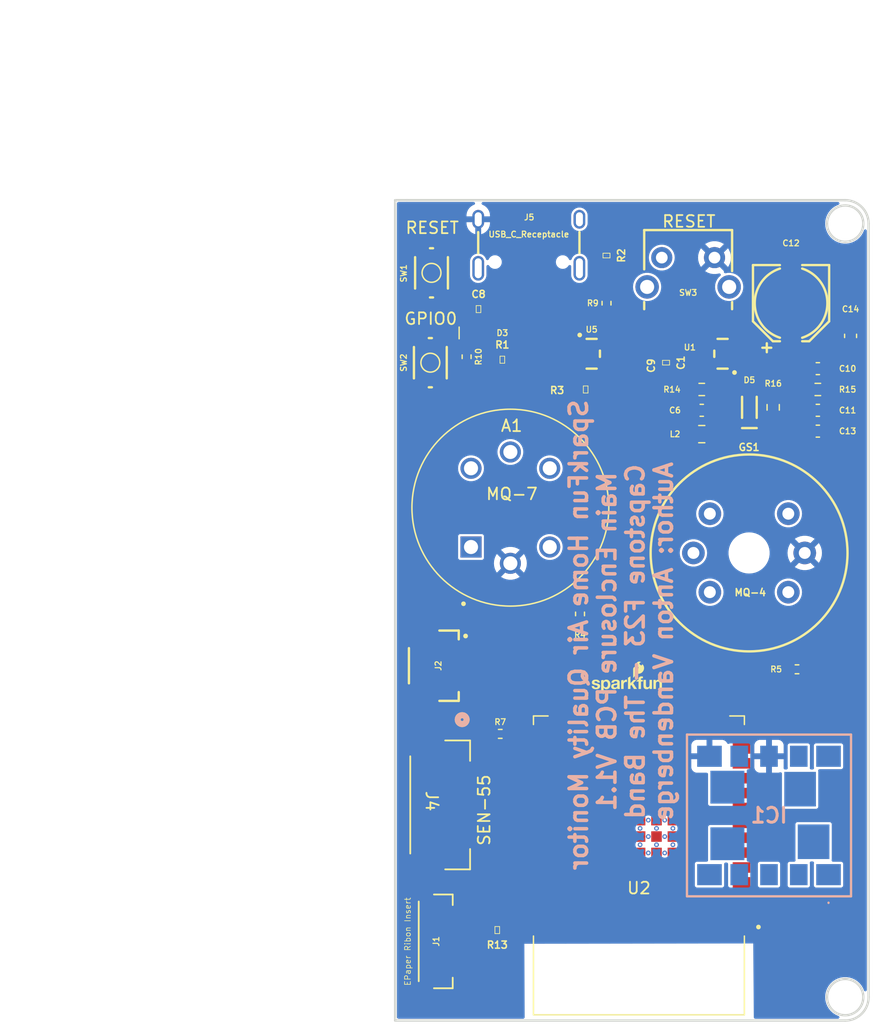
<source format=kicad_pcb>
(kicad_pcb (version 20221018) (generator pcbnew)
  (layers (0 "F.Cu" signal) (31 "B.Cu" signal) (34 "B.Paste" user) (35 "F.Paste" user) (36 "B.SilkS" user "B.Silkscreen") (37 "F.SilkS" user "F.Silkscreen") (38 "B.Mask" user) (39 "F.Mask" user) (44 "Edge.Cuts" user))
  (net 0 "")
  (net 1 "GND")
  (net 2 "/5V-IN")
  (net 3 "/MQ7-DATA")
  (net 4 "Net-(A1-B-Pad3)")
  (net 5 "/3.3VOUT")
  (net 6 "Net-(U1-FB)")
  (net 7 "Net-(D3-K)")
  (net 8 "Net-(U1-SW)")
  (net 9 "/MQ4-DATA")
  (net 10 "Net-(GS1-PadB2)")
  (net 12 "/SCL")
  (net 13 "/SDA")
  (net 17 "/12V")
  (net 23 "Net-(J5-CC1)")
  (net 24 "/D+")
  (net 25 "/D-")
  (net 27 "Net-(J5-CC2)")
  (net 32 "/RESET")
  (net 33 "/TP_EN")
  (net 34 "/RST_N(GPIO)")
  (net 37 "/D{slash}C(GPIO)")
  (net 38 "/CSB(SPI)")
  (net 39 "/SDA-Epaper(SPI)")
  (net 40 "/BS")
  (net 41 "/SCL-Epaper(SPI)")
  (net 43 "/BUSY_N(GPIO)")
  (net 46 "Net-(U1-~{SHDN})")
  (net 56 "Net-(J1-Pin_1)")
  (net 66 "/ESP_0")
  (footprint "SparkFun-Switch:Momentary_SMD_4.6x2.8mm_h2.5mm" (layer "F.Cu") (at 131.8 67.766 90)
    (fp_text reference "SW2" (at 0 -1.984 90) (layer "F.SilkS") (effects (font (size 0.5 0.5) (thickness 0.1)) (justify bottom)))
    (fp_text value "SMD_4.6x2.8mm_h2.5mm" hide)
    (pad "1" smd rect (at -2.05 -0.8 90) (size 0.9 1) (layers "F.Cu" "F.Paste" "F.Mask") (net 1 "GND"))
    (pad "1" smd rect (at 2.05 -0.8 90) (size 0.9 1) (layers "F.Cu" "F.Paste" "F.Mask") (net 1 "GND"))
    (pad "2" smd rect (at -2.05 0.8 90) (size 0.9 1) (layers "F.Cu" "F.Paste" "F.Mask") (net 66 "/ESP_0"))
    (pad "2" smd rect (at 2.05 0.8 90) (size 0.9 1) (layers "F.Cu" "F.Paste" "F.Mask") (net 66 "/ESP_0"))
  )
  (footprint "SparkFun-Resistor:R_0603_1608Metric" (layer "F.Cu") (at 164.868 70.052 180)
    (fp_text reference "R15" (at -2.54 0) (layer "F.SilkS") (effects (font (size 0.5 0.5) (thickness 0.1) bold)))
    (fp_text value "47k" hide)
    (pad "1" smd roundrect (at -0.825 0 180) (size 0.8 0.95) (layers "F.Cu" "F.Paste" "F.Mask") (net 17 "/12V"))
    (pad "2" smd roundrect (at 0.825 0 180) (size 0.8 0.95) (layers "F.Cu" "F.Paste" "F.Mask") (net 6 "Net-(U1-FB)"))
  )
  (footprint "Capacitors:0402" (layer "F.Cu") (at 135.912 63.194)
    (fp_text reference "C8" (at 0 -1.27) (layer "F.SilkS") (effects (font (size 0.6096 0.6096) (thickness 0.127))))
    (fp_text value "0.1UF-0402-16V-10%" hide)
    (pad "1" smd rect (at -0.57912 0) (size 0.84836 0.89916) (layers "F.Cu" "F.Paste" "F.Mask") (net 1 "GND"))
    (pad "2" smd rect (at 0.57912 0) (size 0.84836 0.89916) (layers "F.Cu" "F.Paste" "F.Mask") (net 2 "/5V-IN"))
  )
  (footprint "SparkFun-Resistor:R_0402_1005Metric" (layer "F.Cu") (at 144.5734 89.2036 -90)
    (fp_text reference "R4" (at 1.778 0) (layer "F.SilkS") (effects (font (size 0.5 0.5) (thickness 0.1) bold)))
    (fp_text value "10k" hide)
    (pad "1" smd roundrect (at -0.51 0 270) (size 0.54 0.64) (layers "F.Cu" "F.Paste" "F.Mask") (net 4 "Net-(A1-B-Pad3)"))
    (pad "2" smd roundrect (at 0.51 0 270) (size 0.54 0.64) (layers "F.Cu" "F.Paste" "F.Mask") (net 1 "GND"))
  )
  (footprint "SparkFun-Resistor:R_0402_1005Metric" (layer "F.Cu") (at 137.7662 99.4398 180)
    (fp_text reference "R7" (at 0 1.016) (layer "F.SilkS") (effects (font (size 0.5 0.5) (thickness 0.1) bold)))
    (fp_text value "10k" hide)
    (pad "1" smd roundrect (at -0.51 0 180) (size 0.54 0.64) (layers "F.Cu" "F.Paste" "F.Mask") (net 5 "/3.3VOUT"))
    (pad "2" smd roundrect (at 0.51 0 180) (size 0.54 0.64) (layers "F.Cu" "F.Paste" "F.Mask") (net 66 "/ESP_0"))
  )
  (footprint "SparkFun-Semiconductor-Standard:SOT23-5" (layer "F.Cu") (at 156.74 67.004 180)
    (fp_text reference "U1" (at 2.794 0.254) (layer "F.SilkS") (effects (font (size 0.5 0.5) (thickness 0.1) bold) (justify bottom)))
    (fp_text value "AP3012" hide)
    (pad "1" smd rect (at -1.3001 -0.95 90) (size 0.55 1.2) (layers "F.Cu" "F.Paste" "F.Mask") (net 8 "Net-(U1-SW)"))
    (pad "2" smd rect (at -1.3001 0 90) (size 0.55 1.2) (layers "F.Cu" "F.Paste" "F.Mask") (net 1 "GND"))
    (pad "3" smd rect (at -1.3001 0.95 90) (size 0.55 1.2) (layers "F.Cu" "F.Paste" "F.Mask") (net 6 "Net-(U1-FB)"))
    (pad "4" smd rect (at 1.3001 0.95 90) (size 0.55 1.2) (layers "F.Cu" "F.Paste" "F.Mask") (net 46 "Net-(U1-~{SHDN})"))
    (pad "5" smd rect (at 1.3001 -0.95 90) (size 0.55 1.2) (layers "F.Cu" "F.Paste" "F.Mask") (net 5 "/3.3VOUT"))
  )
  (footprint "SparkFun-Capacitor:C_0805_2012Metric" (layer "F.Cu") (at 154.962 73.862)
    (fp_text reference "L2" (at -2.286 0) (layer "F.SilkS") (effects (font (size 0.5 0.5) (thickness 0.1) bold)))
    (fp_text value "10uH" hide)
    (pad "1" smd roundrect (at -0.95 0) (size 1 1.45) (layers "F.Cu" "F.Paste" "F.Mask") (net 5 "/3.3VOUT"))
    (pad "2" smd roundrect (at 0.95 0) (size 1 1.45) (layers "F.Cu" "F.Paste" "F.Mask") (net 8 "Net-(U1-SW)"))
  )
  (footprint "SparkFun-Capacitor:C_0603_1608Metric" (layer "F.Cu") (at 164.868 73.608 180)
    (fp_text reference "C13" (at -2.54 0) (layer "F.SilkS") (effects (font (size 0.5 0.5) (thickness 0.1) bold)))
    (fp_text value "0.1uF" hide)
    (pad "1" smd roundrect (at -0.775 0 180) (size 0.9 0.95) (layers "F.Cu" "F.Paste" "F.Mask") (net 17 "/12V"))
    (pad "2" smd roundrect (at 0.775 0 180) (size 0.9 0.95) (layers "F.Cu" "F.Paste" "F.Mask") (net 1 "GND"))
  )
  (footprint "SparkFun-Switch:Momentary_PTH_RA_8-020_h7.5mm" (layer "F.Cu") (at 153.8 58.8 180)
    (fp_text reference "SW3" (at 0 -3.285) (layer "F.SilkS") (effects (font (size 0.5 0.5) (thickness 0.1) bold) (justify bottom)))
    (fp_text value "PTH_RA_h7.5mm")
    (pad "1" thru_hole circle (at -2.25 0 180) (size 1.8 1.8) (drill 1) (layers "*.Cu" "*.Mask") (net 1 "GND"))
    (pad "2" thru_hole circle (at 2.25 0 180) (size 1.8 1.8) (drill 1) (layers "*.Cu" "*.Mask") (net 32 "/RESET"))
    (pad "M1" thru_hole circle (at -3.5 -2.5 180) (size 2 2) (drill 1.2) (layers "*.Cu" "*.Mask"))
    (pad "M2" thru_hole circle (at 3.5 -2.5 180) (size 2 2) (drill 1.2) (layers "*.Cu" "*.Mask"))
  )
  (footprint "Capacitors:0402" (layer "F.Cu") (at 137.5122 116.1784 180)
    (fp_text reference "R13" (at 0 -1.27 180) (layer "F.SilkS") (effects (font (size 0.6096 0.6096) (thickness 0.127))))
    (fp_text value "RESISTOR0402-120 ohm" hide)
    (pad "1" smd rect (at -0.57912 0 180) (size 0.84836 0.89916) (layers "F.Cu" "F.Paste" "F.Mask") (net 5 "/3.3VOUT"))
    (pad "2" smd rect (at 0.57912 0 180) (size 0.84836 0.89916) (layers "F.Cu" "F.Paste" "F.Mask") (net 56 "Net-(J1-Pin_1)"))
  )
  (footprint "SparkFun-Aesthetic:Creative_Commons_License" (layer "F.Cu") (at 100.557 42.905)
    (fp_text reference "G1" hide)
    (fp_text value "OSHW_Logo" hide)
  )
  (footprint "Capacitors:0603" (layer "F.Cu") (at 145.056 70.052)
    (fp_text reference "R3" (at -2.4384 0.0762) (layer "F.SilkS") (effects (font (size 0.6096 0.6096) (thickness 0.127))))
    (fp_text value "10KOHM-0603-1_10W-1%" hide)
    (pad "1" smd rect (at -0.84836 0) (size 1.09982 0.99822) (layers "F.Cu" "F.Paste" "F.Mask") (net 2 "/5V-IN"))
    (pad "2" smd rect (at 0.84836 0) (size 1.09982 0.99822) (layers "F.Cu" "F.Paste" "F.Mask") (net 33 "/TP_EN"))
  )
  (footprint "SparkFun-Capacitor:C_0603_1608Metric" (layer "F.Cu") (at 164.868 71.83 180)
    (fp_text reference "C11" (at -2.54 0) (layer "F.SilkS") (effects (font (size 0.5 0.5) (thickness 0.1) bold)))
    (fp_text value "4.7uF" hide)
    (pad "1" smd roundrect (at -0.775 0 180) (size 0.9 0.95) (layers "F.Cu" "F.Paste" "F.Mask") (net 17 "/12V"))
    (pad "2" smd roundrect (at 0.775 0 180) (size 0.9 0.95) (layers "F.Cu" "F.Paste" "F.Mask") (net 1 "GND"))
  )
  (footprint "SparkFun-Resistor:R_0603_1608Metric" (layer "F.Cu") (at 161.058 71.576 -90)
    (fp_text reference "R16" (at -2.032 0) (layer "F.SilkS") (effects (font (size 0.5 0.5) (thickness 0.1) bold)))
    (fp_text value "5.62k" hide)
    (pad "1" smd roundrect (at -0.825 0 270) (size 0.8 0.95) (layers "F.Cu" "F.Paste" "F.Mask") (net 6 "Net-(U1-FB)"))
    (pad "2" smd roundrect (at 0.825 0 270) (size 0.8 0.95) (layers "F.Cu" "F.Paste" "F.Mask") (net 1 "GND"))
  )
  (footprint "SparkFun-Connector:FPC_12_0.5MM" (layer "F.Cu") (at 132.5592 117.1436 -90)
    (fp_text reference "J1" (at 0 0.26 90) (layer "F.SilkS") (effects (font (size 0.5 0.5) (thickness 0.1) bold)))
    (fp_text value "Conn_01x12_FPC_0.5mm" hide)
    (fp_text user "EPaper Ribon Insert" (at 0.0146 2.69 90) (layer "F.SilkS") (effects (font (size 0.49276 0.49784) (thickness 0.061595))))
    (pad "1" smd rect (at -2.75 -1.35 270) (size 0.3 0.8) (layers "F.Cu" "F.Mask") (net 56 "Net-(J1-Pin_1)"))
    (pad "2" smd rect (at -2.25 -1.35 270) (size 0.3 0.8) (layers "F.Cu" "F.Mask") (net 43 "/BUSY_N(GPIO)"))
    (pad "3" smd rect (at -1.75 -1.35 270) (size 0.3 0.8) (layers "F.Cu" "F.Mask") (net 41 "/SCL-Epaper(SPI)"))
    (pad "4" smd rect (at -1.25 -1.35 270) (size 0.3 0.8) (layers "F.Cu" "F.Mask") (net 39 "/SDA-Epaper(SPI)"))
    (pad "5" smd rect (at -0.75 -1.35 270) (size 0.3 0.8) (layers "F.Cu" "F.Mask") (net 38 "/CSB(SPI)"))
    (pad "6" smd rect (at -0.25 -1.35 270) (size 0.3 0.8) (layers "F.Cu" "F.Mask") (net 37 "/D{slash}C(GPIO)"))
    (pad "7" smd rect (at 0.25 -1.35 270) (size 0.3 0.8) (layers "F.Cu" "F.Mask") (net 34 "/RST_N(GPIO)"))
    (pad "8" smd rect (at 0.75 -1.35 270) (size 0.3 0.8) (layers "F.Cu" "F.Mask") (net 1 "GND"))
    (pad "9" smd rect (at 1.25 -1.35 270) (size 0.3 0.8) (layers "F.Cu" "F.Mask"))
    (pad "10" smd rect (at 1.75 -1.35 270) (size 0.3 0.8) (layers "F.Cu" "F.Mask"))
    (pad "11" smd rect (at 2.25 -1.35 270) (size 0.3 0.8) (layers "F.Cu" "F.Mask"))
    (pad "12" smd rect (at 2.75 -1.35 270) (size 0.3 0.8) (layers "F.Cu" "F.Mask"))
    (pad "MP1" smd rect (at -3.75 1.15 270) (size 0.4 0.8) (layers "F.Cu" "F.Paste" "F.Mask"))
    (pad "MP2" smd rect (at 3.75 1.15 270) (size 0.4 0.8) (layers "F.Cu" "F.Paste" "F.Mask"))
  )
  (footprint "SparkFun-Resistor:R_0603_1608Metric" (layer "F.Cu") (at 154.962 70.052)
    (fp_text reference "R14" (at -2.54 0) (layer "F.SilkS") (effects (font (size 0.5 0.5) (thickness 0.1) bold)))
    (fp_text value "100k" hide)
    (pad "1" smd roundrect (at -0.825 0) (size 0.8 0.95) (layers "F.Cu" "F.Paste" "F.Mask") (net 5 "/3.3VOUT"))
    (pad "2" smd roundrect (at 0.825 0) (size 0.8 0.95) (layers "F.Cu" "F.Paste" "F.Mask") (net 46 "Net-(U1-~{SHDN})"))
  )
  (footprint "ESP32-S3-WROOM-1-N16R2:XCVR_ESP32-S3-WROOM-1-N16R2" (layer "F.Cu") (at 149.6 110.66 180)
    (fp_text reference "U2" (at 0 -1.94) (layer "F.SilkS"))
    (fp_text value "ESP32-S3-WROOM-1-N16R2" hide)
    (pad "1" smd rect (at -8.75 -5.26 180) (size 1.5 0.9) (layers "F.Cu" "F.Paste" "F.Mask") (net 1 "GND"))
    (pad "2" smd rect (at -8.75 -3.99 180) (size 1.5 0.9) (layers "F.Cu" "F.Paste" "F.Mask") (net 5 "/3.3VOUT"))
    (pad "3" smd rect (at -8.75 -2.72 180) (size 1.5 0.9) (layers "F.Cu" "F.Paste" "F.Mask") (net 32 "/RESET"))
    (pad "4" smd rect (at -8.75 -1.45 180) (size 1.5 0.9) (layers "F.Cu" "F.Paste" "F.Mask"))
    (pad "5" smd rect (at -8.75 -0.18 180) (size 1.5 0.9) (layers "F.Cu" "F.Paste" "F.Mask"))
    (pad "6" smd rect (at -8.75 1.09 180) (size 1.5 0.9) (layers "F.Cu" "F.Paste" "F.Mask") (net 3 "/MQ7-DATA"))
    (pad "7" smd rect (at -8.75 2.36 180) (size 1.5 0.9) (layers "F.Cu" "F.Paste" "F.Mask") (net 9 "/MQ4-DATA"))
    (pad "8" smd rect (at -8.75 3.63 180) (size 1.5 0.9) (layers "F.Cu" "F.Paste" "F.Mask"))
    (pad "9" smd rect (at -8.75 4.9 180) (size 1.5 0.9) (layers "F.Cu" "F.Paste" "F.Mask"))
    (pad "10" smd rect (at -8.75 6.17 180) (size 1.5 0.9) (layers "F.Cu" "F.Paste" "F.Mask"))
    (pad "11" smd rect (at -8.75 7.44 180) (size 1.5 0.9) (layers "F.Cu" "F.Paste" "F.Mask"))
    (pad "12" smd rect (at -8.75 8.71 180) (size 1.5 0.9) (layers "F.Cu" "F.Paste" "F.Mask") (net 13 "/SDA"))
    (pad "13" smd rect (at -8.75 9.98 180) (size 1.5 0.9) (layers "F.Cu" "F.Paste" "F.Mask") (net 25 "/D-"))
    (pad "14" smd rect (at -8.75 11.25 180) (size 1.5 0.9) (layers "F.Cu" "F.Paste" "F.Mask") (net 24 "/D+"))
    (pad "15" smd rect (at -6.985 12.5 180) (size 0.9 1.5) (layers "F.Cu" "F.Paste" "F.Mask") (net 40 "/BS"))
    (pad "16" smd rect (at -5.715 12.5 180) (size 0.9 1.5) (layers "F.Cu" "F.Paste" "F.Mask"))
    (pad "17" smd rect (at -4.445 12.5 180) (size 0.9 1.5) (layers "F.Cu" "F.Paste" "F.Mask") (net 12 "/SCL"))
    (pad "18" smd rect (at -3.175 12.5 180) (size 0.9 1.5) (layers "F.Cu" "F.Paste" "F.Mask"))
    (pad "19" smd rect (at -1.905 12.5 180) (size 0.9 1.5) (layers "F.Cu" "F.Paste" "F.Mask"))
    (pad "20" smd rect (at -0.635 12.5 180) (size 0.9 1.5) (layers "F.Cu" "F.Paste" "F.Mask"))
    (pad "21" smd rect (at 0.635 12.5 180) (size 0.9 1.5) (layers "F.Cu" "F.Paste" "F.Mask"))
    (pad "22" smd rect (at 1.905 12.5 180) (size 0.9 1.5) (layers "F.Cu" "F.Paste" "F.Mask"))
    (pad "23" smd rect (at 3.175 12.5 180) (size 0.9 1.5) (layers "F.Cu" "F.Paste" "F.Mask"))
    (pad "24" smd rect (at 4.445 12.5 180) (size 0.9 1.5) (layers "F.Cu" "F.Paste" "F.Mask"))
    (pad "25" smd rect (at 5.715 12.5 180) (size 0.9 1.5) (layers "F.Cu" "F.Paste" "F.Mask"))
    (pad "26" smd rect (at 6.985 12.5 180) (size 0.9 1.5) (layers "F.Cu" "F.Paste" "F.Mask"))
    (pad "27" smd rect (at 8.75 11.25 180) (size 1.5 0.9) (layers "F.Cu" "F.Paste" "F.Mask") (net 66 "/ESP_0"))
    (pad "28" smd rect (at 8.75 9.98 180) (size 1.5 0.9) (layers "F.Cu" "F.Paste" "F.Mask") (net 43 "/BUSY_N(GPIO)"))
    (pad "29" smd rect (at 8.75 8.71 180) (size 1.5 0.9) (layers "F.Cu" "F.Paste" "F.Mask") (net 41 "/SCL-Epaper(SPI)"))
    (pad "30" smd rect (at 8.75 7.44 180) (size 1.5 0.9) (layers "F.Cu" "F.Paste" "F.Mask") (net 39 "/SDA-Epaper(SPI)"))
    (pad "31" smd rect (at 8.75 6.17 180) (size 1.5 0.9) (layers "F.Cu" "F.Paste" "F.Mask") (net 38 "/CSB(SPI)"))
    (pad "32" smd rect (at 8.75 4.9 180) (size 1.5 0.9) (layers "F.Cu" "F.Paste" "F.Mask") (net 37 "/D{slash}C(GPIO)"))
    (pad "33" smd rect (at 8.75 3.63 180) (size 1.5 0.9) (layers "F.Cu" "F.Paste" "F.Mask") (net 34 "/RST_N(GPIO)"))
    (pad "34" smd rect (at 8.75 2.36 180) (size 1.5 0.9) (layers "F.Cu" "F.Paste" "F.Mask"))
    (pad "35" smd rect (at 8.75 1.09 180) (size 1.5 0.9) (layers "F.Cu" "F.Paste" "F.Mask"))
    (pad "36" smd rect (at 8.75 -0.18 180) (size 1.5 0.9) (layers "F.Cu" "F.Paste" "F.Mask"))
    (pad "37" smd rect (at 8.75 -1.45 180) (size 1.5 0.9) (layers "F.Cu" "F.Paste" "F.Mask"))
    (pad "38" smd rect (at 8.75 -2.72 180) (size 1.5 0.9) (layers "F.Cu" "F.Paste" "F.Mask"))
    (pad "39" smd rect (at 8.75 -3.99 180) (size 1.5 0.9) (layers "F.Cu" "F.Paste" "F.Mask"))
    (pad "40" smd rect (at 8.75 -5.26 180) (size 1.5 0.9) (layers "F.Cu" "F.Paste" "F.Mask") (net 1 "GND"))
    (pad "41_1" smd rect (at -1.5 2.46 180) (size 0.9 0.9) (layers "F.Cu" "F.Paste" "F.Mask") (net 1 "GND"))
    (pad "41_2" smd rect (at -2.9 2.46 180) (size 0.9 0.9) (layers "F.Cu" "F.Paste" "F.Mask") (net 1 "GND"))
    (pad "41_3" smd rect (at -0.1 2.46 180) (size 0.9 0.9) (layers "F.Cu" "F.Paste" "F.Mask") (net 1 "GND"))
    (pad "41_4" smd rect (at -2.9 3.86 180) (size 0.9 0.9) (layers "F.Cu" "F.Paste" "F.Mask") (net 1 "GND"))
    (pad "41_5" smd rect (at -1.5 3.86 180) (size 0.9 0.9) (layers "F.Cu" "F.Paste" "F.Mask") (net 1 "GND"))
    (pad "41_6" smd rect (at -0.1 3.86 180) (size 0.9 0.9) (layers "F.Cu" "F.Paste" "F.Mask") (net 1 "GND"))
    (pad "41_7" smd rect (at -2.9 1.06 180) (size 0.9 0.9) (layers "F.Cu" "F.Paste" "F.Mask") (net 1 "GND"))
    (pad "41_8" smd rect (at -1.5 1.06 180) (size 0.9 0.9) (layers "F.Cu" "F.Paste" "F.Mask") (net 1 "GND"))
    (pad "41_9" smd rect (at -0.1 1.06 180) (size 0.9 0.9) (layers "F.Cu" "F.Paste" "F.Mask") (net 1 "GND"))
    (pad "41_10" thru_hole circle (at -1.5 1.76 180) (size 0.4 0.4) (drill 0.2) (layers "*.Cu"))
    (pad "41_11" thru_hole circle (at -2.9 1.76 180) (size 0.4 0.4) (drill 0.2) (layers "*.Cu"))
    (pad "41_12" thru_hole circle (at -0.1 1.76 180) (size 0.4 0.4) (drill 0.2) (layers "*.Cu"))
    (pad "41_13" thru_hole circle (at -2.9 3.16 180) (size 0.4 0.4) (drill 0.2) (layers "*.Cu"))
    (pad "41_14" thru_hole circle (at -1.5 3.16 180) (size 0.4 0.4) (drill 0.2) (layers "*.Cu"))
    (pad "41_15" thru_hole circle (at -0.1 3.16 180) (size 0.4 0.4) (drill 0.2) (layers "*.Cu"))
    (pad "41_16" thru_hole circle (at -2.2 1.06 180) (size 0.4 0.4) (drill 0.2) (layers "*.Cu"))
    (pad "41_17" thru_hole circle (at -0.8 1.06 180) (size 0.4 0.4) (drill 0.2) (layers "*.Cu"))
    (pad "41_18" thru_hole circle (at -2.2 2.46 180) (size 0.4 0.4) (drill 0.2) (layers "*.Cu"))
    (pad "41_19" thru_hole circle (at -0.8 2.46 180) (size 0.4 0.4) (drill 0.2) (layers "*.Cu"))
    (pad "41_20" thru_hole circle (at -2.2 3.86 180) (size 0.4 0.4) (drill 0.2) (layers "*.Cu"))
    (pad "41_21" thru_hole circle (at -0.8 3.86 180) (size 0.4 0.4) (drill 0.2) (layers "*.Cu"))
    (zone (net 0) (net_name "") (layer "B.Cu") (connect_pads (clearance 0)) (min_thickness 0.01)
      (keepout (tracks not_allowed) (vias not_allowed) (pads not_allowed) (copperpour not_allowed) (footprints allowed))
      (fill (thermal_gap 0.508) (thermal_bridge_width 0.508))
      (polygon (pts (xy 158.6 123.41) (xy 140.6 123.41) (xy 140.6 117.41) (xy 158.6 117.41)))
    )
  )
  (footprint "SparkFun-Semiconductor-Standard:SOD-323" (layer "F.Cu") (at 159.026 71.576 90)
    (fp_text reference "D5" (at 2.032 0) (layer "F.SilkS") (effects (font (size 0.5 0.5) (thickness 0.1) bold) (justify bottom)))
    (fp_text value "0.5A" hide)
    (pad "A" smd rect (at 1.15 0 90) (size 0.63 0.83) (layers "F.Cu" "F.Paste" "F.Mask") (net 8 "Net-(U1-SW)"))
    (pad "C" smd rect (at -1.15 0 90) (size 0.63 0.83) (layers "F.Cu" "F.Paste" "F.Mask") (net 17 "/12V"))
  )
  (footprint "Silicon-Custom:GAS_SENSOR" (layer "F.Cu") (at 159 84)
    (fp_text reference "GS1" (at 0 -9.017) (layer "F.SilkS") (effects (font (size 0.6096 0.6096) (thickness 0.127))))
    (fp_text value "MQ-4" (at 0.1022 3.3748) (layer "F.SilkS") (effects (font (size 0.6096 0.6096) (thickness 0.127))))
    (pad "" np_thru_hole circle (at 0 0) (size 2.99974 2.99974) (drill 2.99974) (layers "*.Cu" "*.Mask"))
    (pad "A1" thru_hole circle (at -3.34772 -3.34772) (size 1.9304 1.9304) (drill 1.016) (layers "*.Cu" "*.Mask") (net 2 "/5V-IN"))
    (pad "A2" thru_hole circle (at -3.34772 3.34772) (size 1.9304 1.9304) (drill 1.016) (layers "*.Cu" "*.Mask") (net 2 "/5V-IN"))
    (pad "B1" thru_hole circle (at 3.34772 -3.34772) (size 1.9304 1.9304) (drill 1.016) (layers "*.Cu" "*.Mask") (net 9 "/MQ4-DATA"))
    (pad "B2" thru_hole circle (at 3.34772 3.34772) (size 1.9304 1.9304) (drill 1.016) (layers "*.Cu" "*.Mask") (net 10 "Net-(GS1-PadB2)"))
    (pad "HA" thru_hole circle (at -4.7498 0) (size 1.9304 1.9304) (drill 1.016) (layers "*.Cu" "*.Mask") (net 2 "/5V-IN"))
    (pad "HB" thru_hole circle (at 4.7498 0) (size 1.9304 1.9304) (drill 1.016) (layers "*.Cu" "*.Mask") (net 1 "GND"))
  )
  (footprint "SparkFun-Aesthetic:SparkFun_Logo_6mm" (layer "F.Cu") (at 148.5358 95.2234)
    (fp_text reference "G***" hide)
    (fp_text value "LOGO" hide)
  )
  (footprint "SparkFun-Resistor:R_0402_1005Metric" (layer "F.Cu") (at 163.09 93.928)
    (fp_text reference "R5" (at -1.778 0) (layer "F.SilkS") (effects (font (size 0.5 0.5) (thickness 0.1) bold)))
    (fp_text value "10k" hide)
    (pad "1" smd roundrect (at -0.51 0) (size 0.54 0.64) (layers "F.Cu" "F.Paste" "F.Mask") (net 10 "Net-(GS1-PadB2)"))
    (pad "2" smd roundrect (at 0.51 0) (size 0.54 0.64) (layers "F.Cu" "F.Paste" "F.Mask") (net 1 "GND"))
  )
  (footprint "SparkFun-Resistor:R_0402_1005Metric" (layer "F.Cu") (at 146.834 62.688 90)
    (fp_text reference "R9" (at 0 -1.17 180) (layer "F.SilkS") (effects (font (size 0.5 0.5) (thickness 0.1) bold)))
    (fp_text value "10k" hide)
    (pad "1" smd roundrect (at -0.51 0 90) (size 0.54 0.64) (layers "F.Cu" "F.Paste" "F.Mask") (net 5 "/3.3VOUT"))
    (pad "2" smd roundrect (at 0.51 0 90) (size 0.54 0.64) (layers "F.Cu" "F.Paste" "F.Mask") (net 32 "/RESET"))
  )
  (footprint "Capacitors:0402" (layer "F.Cu") (at 137.944 67.512)
    (fp_text reference "R1" (at 0 -1.27) (layer "F.SilkS") (effects (font (size 0.6096 0.6096) (thickness 0.127))))
    (fp_text value "RESISTOR0402-5.1k" hide)
    (pad "1" smd rect (at -0.57912 0) (size 0.84836 0.89916) (layers "F.Cu" "F.Paste" "F.Mask") (net 1 "GND"))
    (pad "2" smd rect (at 0.57912 0) (size 0.84836 0.89916) (layers "F.Cu" "F.Paste" "F.Mask") (net 27 "Net-(J5-CC2)"))
  )
  (footprint "SparkFun-Capacitor:C_0603_1608Metric" (layer "F.Cu") (at 167.662 65.48 -90)
    (fp_text reference "C14" (at -2.286 0) (layer "F.SilkS") (effects (font (size 0.5 0.5) (thickness 0.1) bold)))
    (fp_text value "10nF" hide)
    (pad "1" smd roundrect (at -0.775 0 270) (size 0.9 0.95) (layers "F.Cu" "F.Paste" "F.Mask") (net 17 "/12V"))
    (pad "2" smd roundrect (at 0.775 0 270) (size 0.9 0.95) (layers "F.Cu" "F.Paste" "F.Mask") (net 1 "GND"))
  )
  (footprint "SparkFun-Connector:USB-C-16P" (layer "F.Cu") (at 140.2046 60.62485 180)
    (fp_text reference "J5" (at -0.03 5.264) (layer "F.SilkS") (effects (font (size 0.5 0.5) (thickness 0.1) bold)))
    (fp_text value "USB_C_Receptacle" (at 0 3.81) (layer "F.SilkS") (effects (font (size 0.5 0.5) (thickness 0.1) bold)))
    (pad "" np_thru_hole circle (at -2.89 1.445 180) (size 0.65 0.65) (drill 0.65) (layers "*.Cu" "*.Mask"))
    (pad "" np_thru_hole circle (at 2.89 1.445 180) (size 0.65 0.65) (drill 0.65) (layers "F&B.Cu" "*.Mask"))
    (pad "A5" smd rect (at -1.25 0.34) (size 0.3 1) (layers "F.Cu" "F.Paste" "F.Mask") (net 23 "Net-(J5-CC1)"))
    (pad "A6" smd rect (at -0.25 0.34) (size 0.3 1) (layers "F.Cu" "F.Paste" "F.Mask") (net 24 "/D+"))
    (pad "A7" smd rect (at 0.25 0.34 180) (size 0.3 1) (layers "F.Cu" "F.Paste" "F.Mask") (net 25 "/D-"))
    (pad "A8" smd rect (at 1.25 0.34 180) (size 0.3 1) (layers "F.Cu" "F.Paste" "F.Mask"))
    (pad "B5" smd rect (at 1.75 0.34 180) (size 0.3 1) (layers "F.Cu" "F.Paste" "F.Mask") (net 27 "Net-(J5-CC2)"))
    (pad "B6" smd rect (at 0.75 0.34 180) (size 0.3 1) (layers "F.Cu" "F.Paste" "F.Mask") (net 24 "/D+"))
    (pad "B7" smd rect (at -0.75 0.34) (size 0.3 1) (layers "F.Cu" "F.Paste" "F.Mask") (net 25 "/D-"))
    (pad "B8" smd rect (at -1.75 0.34) (size 0.3 1) (layers "F.Cu" "F.Paste" "F.Mask"))
    (pad "GND" smd rect (at -3.225 0.34) (size 0.6 1) (layers "F.Cu" "F.Paste" "F.Mask") (net 1 "GND"))
    (pad "GND" smd rect (at 3.225 0.34 180) (size 0.6 1) (layers "F.Cu" "F.Paste" "F.Mask") (net 1 "GND"))
    (pad "NC1" thru_hole oval (at -4.318 5.095 180) (size 1 1.6) (drill oval 0.6 1.2) (layers "*.Cu" "*.Mask" "F.Paste"))
    (pad "NC2" thru_hole oval (at -4.318 0.915 180) (size 1 2.1) (drill oval 0.6 1.7) (layers "*.Cu" "*.Mask" "F.Paste"))
    (pad "NC3" thru_hole oval (at 4.318 0.915 180) (size 1 2.1) (drill oval 0.6 1.7) (layers "*.Cu" "*.Mask" "F.Paste"))
    (pad "S" thru_hole oval (at 4.318 5.095 180) (size 1 1.6) (drill oval 0.6 1.2) (layers "*.Cu" "*.Mask" "F.Paste") (net 1 "GND"))
    (pad "VBUS" smd rect (at -2.45 0.34) (size 0.6 1) (layers "F.Cu" "F.Paste" "F.Mask") (net 2 "/5V-IN"))
    (pad "VBUS" smd rect (at 2.45 0.34 180) (size 0.6 1) (layers "F.Cu" "F.Paste" "F.Mask") (net 2 "/5V-IN"))
  )
  (footprint "Capacitors:0402" (layer "F.Cu") (at 146.834 58.622 -90)
    (fp_text reference "R2" (at 0 -1.27 -90) (layer "F.SilkS") (effects (font (size 0.6096 0.6096) (thickness 0.127))))
    (fp_text value "RESISTOR0402-5.1k" hide)
    (pad "1" smd rect (at -0.57912 0 270) (size 0.84836 0.89916) (layers "F.Cu" "F.Paste" "F.Mask") (net 1 "GND"))
    (pad "2" smd rect (at 0.57912 0 270) (size 0.84836 0.89916) (layers "F.Cu" "F.Paste" "F.Mask") (net 23 "Net-(J5-CC1)"))
  )
  (footprint "Capacitors:0805" (layer "F.Cu") (at 149.374 68.02 -90)
    (fp_text reference "C9" (at 0 -1.27 -90) (layer "F.SilkS") (effects (font (size 0.6096 0.6096) (thickness 0.127))))
    (fp_text value "10UF-0805-10V-10%" hide)
    (pad "1" smd rect (at -0.89916 0 270) (size 0.79756 1.19888) (layers "F.Cu" "F.Paste" "F.Mask") (net 5 "/3.3VOUT"))
    (pad "2" smd rect (at 0.89916 0 270) (size 0.79756 1.19888) (layers "F.Cu" "F.Paste" "F.Mask") (net 1 "GND"))
  )
  (footprint "SparkFun-Capacitor:C_0603_1608Metric" (layer "F.Cu") (at 164.868 68.274 180)
    (fp_text reference "C10" (at -2.54 0) (layer "F.SilkS") (effects (font (size 0.5 0.5) (thickness 0.1) bold)))
    (fp_text value "470pF" hide)
    (pad "1" smd roundrect (at -0.775 0 180) (size 0.9 0.95) (layers "F.Cu" "F.Paste" "F.Mask") (net 17 "/12V"))
    (pad "2" smd roundrect (at 0.775 0 180) (size 0.9 0.95) (layers "F.Cu" "F.Paste" "F.Mask") (net 6 "Net-(U1-FB)"))
  )
  (footprint "MQ-7:XDCR_MQ-7" (layer "F.Cu") (at 138.6298 80.1358 90)
    (fp_text reference "A1" (at 6.9884 0.1124 180) (layer "F.SilkS"))
    (fp_text value "MQ-7" hide)
    (pad "1" thru_hole rect (at -3.35876 -3.35876 90) (size 1.8 1.8) (drill 1.2) (layers "*.Cu" "*.Mask") (net 3 "/MQ7-DATA"))
    (pad "2" thru_hole circle (at -4.75 0 90) (size 1.8 1.8) (drill 1.2) (layers "*.Cu" "*.Mask") (net 1 "GND"))
    (pad "3" thru_hole circle (at -3.35876 3.35876 90) (size 1.8 1.8) (drill 1.2) (layers "*.Cu" "*.Mask") (net 4 "Net-(A1-B-Pad3)"))
    (pad "4" thru_hole circle (at 3.35876 3.35876 90) (size 1.8 1.8) (drill 1.2) (layers "*.Cu" "*.Mask") (net 2 "/5V-IN"))
    (pad "5" thru_hole circle (at 4.75 0 90) (size 1.8 1.8) (drill 1.2) (layers "*.Cu" "*.Mask") (net 2 "/5V-IN"))
    (pad "6" thru_hole circle (at 3.35876 -3.35876 90) (size 1.8 1.8) (drill 1.2) (layers "*.Cu" "*.Mask") (net 2 "/5V-IN"))
  )
  (footprint "SparkFun-Capacitor:PANASONIC_D" (layer "F.Cu") (at 162.582 62.686 -90)
    (fp_text reference "C12" (at -4.826 0 -180) (layer "F.SilkS") (effects (font (size 0.5 0.5) (thickness 0.1) bold) (justify bottom)))
    (fp_text value "47uF" hide)
    (pad "+" smd rect (at 2.4 0 270) (size 3 1.4) (layers "F.Cu" "F.Paste" "F.Mask"))
    (pad "-" smd rect (at -2.4 0 270) (size 3 1.4) (layers "F.Cu" "F.Paste" "F.Mask"))
  )
  (footprint "SparkFun-LED:LED_0603_1608Metric" (layer "F.Cu") (at 135.658 65.226)
    (fp_text reference "D3" (at 2.286 0) (layer "F.SilkS") (effects (font (size 0.5 0.5) (thickness 0.1))))
    (fp_text value "White" hide)
    (pad "1" smd roundrect (at -0.7875 0) (size 0.875 0.95) (layers "F.Cu" "F.Paste" "F.Mask") (net 7 "Net-(D3-K)"))
    (pad "2" smd roundrect (at 0.7875 0) (size 0.875 0.95) (layers "F.Cu" "F.Paste" "F.Mask") (net 2 "/5V-IN"))
  )
  (footprint "SparkFun-Connector:JST04_1MM_RA" (layer "F.Cu") (at 134.5736 93.6232 -90)
    (fp_text reference "J2" (at 0 1.8 90) (layer "F.SilkS") (effects (font (size 0.5 0.5) (thickness 0.1)) (justify bottom)))
    (fp_text value "Qwiic_RA")
    (pad "1" smd rect (at -1.5 0 270) (size 0.6 1.35) (layers "F.Cu" "F.Paste" "F.Mask") (net 1 "GND"))
    (pad "2" smd rect (at -0.5 0 270) (size 0.6 1.35) (layers "F.Cu" "F.Paste" "F.Mask") (net 5 "/3.3VOUT"))
    (pad "3" smd rect (at 0.5 0 270) (size 0.6 1.35) (layers "F.Cu" "F.Paste" "F.Mask") (net 13 "/SDA"))
    (pad "4" smd rect (at 1.5 0 270) (size 0.6 1.35) (layers "F.Cu" "F.Paste" "F.Mask") (net 12 "/SCL"))
    (pad "NC1" smd rect (at 2.8 3.675 270) (size 1.2 2) (layers "F.Cu" "F.Paste" "F.Mask"))
    (pad "NC2" smd rect (at -2.8 3.675 270) (size 1.2 2) (layers "F.Cu" "F.Paste" "F.Mask"))
  )
  (footprint "SparkFun-Capacitor:C_0603_1608Metric" (layer "F.Cu") (at 154.962 71.83)
    (fp_text reference "C6" (at -2.286 0) (layer "F.SilkS") (effects (font (size 0.5 0.5) (thickness 0.1) bold)))
    (fp_text value "10uF" hide)
    (pad "1" smd roundrect (at -0.775 0) (size 0.9 0.95) (layers "F.Cu" "F.Paste" "F.Mask") (net 5 "/3.3VOUT"))
    (pad "2" smd roundrect (at 0.775 0) (size 0.9 0.95) (layers "F.Cu" "F.Paste" "F.Mask") (net 1 "GND"))
  )
  (footprint "Capacitors:0402" (layer "F.Cu") (at 151.914 67.766 -90)
    (fp_text reference "C1" (at 0 -1.27 -90) (layer "F.SilkS") (effects (font (size 0.6096 0.6096) (thickness 0.127))))
    (fp_text value "1.0UF-0402-16V-10%" hide)
    (pad "1" smd rect (at -0.57912 0 270) (size 0.84836 0.89916) (layers "F.Cu" "F.Paste" "F.Mask") (net 5 "/3.3VOUT"))
    (pad "2" smd rect (at 0.57912 0 270) (size 0.84836 0.89916) (layers "F.Cu" "F.Paste" "F.Mask") (net 1 "GND"))
  )
  (footprint "SparkFun-Switch:Momentary_SMD_4.6x2.8mm_h2.5mm" (layer "F.Cu") (at 131.9 60.1 90)
    (fp_text reference "SW1" (at -0.046 -2.084 90) (layer "F.SilkS") (effects (font (size 0.5 0.5) (thickness 0.1)) (justify bottom)))
    (fp_text value "SMD_4.6x2.8mm_h2.5mm" hide)
    (pad "1" smd rect (at -2.05 -0.8 90) (size 0.9 1) (layers "F.Cu" "F.Paste" "F.Mask") (net 1 "GND"))
    (pad "1" smd rect (at 2.05 -0.8 90) (size 0.9 1) (layers "F.Cu" "F.Paste" "F.Mask") (net 1 "GND"))
    (pad "2" smd rect (at -2.05 0.8 90) (size 0.9 1) (layers "F.Cu" "F.Paste" "F.Mask") (net 32 "/RESET"))
    (pad "2" smd rect (at 2.05 0.8 90) (size 0.9 1) (layers "F.Cu" "F.Paste" "F.Mask") (net 32 "/RESET"))
  )
  (footprint "SparkFun-Resistor:R_0402_1005Metric" (layer "F.Cu") (at 134.896 67.258 90)
    (fp_text reference "R10" (at 0 1.016 90) (layer "F.SilkS") (effects (font (size 0.5 0.5) (thickness 0.1) bold)))
    (fp_text value "10k" hide)
    (pad "1" smd roundrect (at -0.51 0 90) (size 0.54 0.64) (layers "F.Cu" "F.Paste" "F.Mask") (net 1 "GND"))
    (pad "2" smd roundrect (at 0.51 0 90) (size 0.54 0.64) (layers "F.Cu" "F.Paste" "F.Mask") (net 7 "Net-(D3-K)"))
  )
  (footprint "SparkFun-Semiconductor-Standard:SOT23-5" (layer "F.Cu") (at 145.564 67.004)
    (fp_text reference "U5" (at 0 -1.778) (layer "F.SilkS") (effects (font (size 0.5 0.5) (thickness 0.1) bold) (justify bottom)))
    (fp_text value "AP2112K-3.3" hide)
    (pad "1" smd rect (at -1.3001 -0.95 270) (size 0.55 1.2) (layers "F.Cu" "F.Paste" "F.Mask") (net 2 "/5V-IN"))
    (pad "2" smd rect (at -1.3001 0 270) (size 0.55 1.2) (layers "F.Cu" "F.Paste" "F.Mask") (net 1 "GND"))
    (pad "3" smd rect (at -1.3001 0.95 270) (size 0.55 1.2) (layers "F.Cu" "F.Paste" "F.Mask") (net 33 "/TP_EN"))
    (pad "4" smd rect (at 1.3001 0.95 270) (size 0.55 1.2) (layers "F.Cu" "F.Paste" "F.Mask"))
    (pad "5" smd rect (at 1.3001 -0.95 270) (size 0.55 1.2) (layers "F.Cu" "F.Paste" "F.Mask") (net 5 "/3.3VOUT"))
  )
  (footprint "SM06B-GHS-TB:CONN_SM06B-GHS-TB_JST" (layer "F.Cu") (at 132.6393 105.5004 -90)
    (fp_text reference "J4" (at -0.3202 0.7151 -90 unlocked) (layer "F.SilkS"))
    (fp_text value "SM06B-GHS-TB" hide)
    (pad "1" smd rect (at -3.125 -1.8757 270) (size 0.6096 1.7018) (layers "F.Cu" "F.Paste" "F.Mask") (net 2 "/5V-IN"))
    (pad "2" smd rect (at -1.875 -1.8757 270) (size 0.6096 1.7018) (layers "F.Cu" "F.Paste" "F.Mask") (net 1 "GND"))
    (pad "3" smd rect (at -0.625 -1.8757 270) (size 0.6096 1.7018) (layers "F.Cu" "F.Paste" "F.Mask") (net 13 "/SDA"))
    (pad "4" smd rect (at 0.625 -1.8757 270) (size 0.6096 1.7018) (layers "F.Cu" "F.Paste" "F.Mask") (net 12 "/SCL"))
    (pad "5" smd rect (at 1.875 -1.8757 270) (size 0.6096 1.7018) (layers "F.Cu" "F.Paste" "F.Mask") (net 1 "GND"))
    (pad "6" smd rect (at 3.125 -1.8757 270) (size 0.6096 1.7018) (layers "F.Cu" "F.Paste" "F.Mask"))
    (pad "7" smd rect (at -4.974999 1.324301 270) (size 0.9906 2.8448) (layers "F.Cu" "F.Paste" "F.Mask"))
    (pad "8" smd rect (at 4.974999 1.324301 270) (size 0.9906 2.8448) (layers "F.Cu" "F.Paste" "F.Mask"))
  )
  (footprint "KiCad:PASCO2V01BUMA1" (layer "B.Cu") (at 160.7 106.4 180)
    (fp_text reference "IC1" (at 0 0) (layer "B.SilkS") (effects (font (size 1.27 1.27) (thickness 0.254)) (justify mirror)))
    (fp_text value "PASCO2V01BUMA1" hide)
    (pad "1" smd rect (at -5.08 -5.05 90) (size 1.8 2.1) (layers "B.Cu" "B.Paste" "B.Mask") (net 5 "/3.3VOUT"))
    (pad "2" smd rect (at -2.54 -5.05 180) (size 1.5 1.8) (layers "B.Cu" "B.Paste" "B.Mask"))
    (pad "3" smd rect (at 0 -5.05 180) (size 1.5 1.8) (layers "B.Cu" "B.Paste" "B.Mask") (net 12 "/SCL"))
    (pad "4" smd rect (at 2.54 -5.05 180) (size 1.5 1.8) (layers "B.Cu" "B.Paste" "B.Mask") (net 13 "/SDA"))
    (pad "5" smd rect (at 5.08 -5.05 90) (size 1.8 2.1) (layers "B.Cu" "B.Paste" "B.Mask"))
    (pad "6" smd rect (at 5.08 5.05 90) (size 1.8 2.1) (layers "B.Cu" "B.Paste" "B.Mask") (net 1 "GND"))
    (pad "7" smd rect (at 2.54 5.05 180) (size 1.5 1.8) (layers "B.Cu" "B.Paste" "B.Mask"))
    (pad "8" smd rect (at 0 5.05 180) (size 1.5 1.8) (layers "B.Cu" "B.Paste" "B.Mask") (net 1 "GND"))
    (pad "9" smd rect (at -2.54 5.05 180) (size 1.5 1.8) (layers "B.Cu" "B.Paste" "B.Mask"))
    (pad "10" smd rect (at -5.08 5.05 90) (size 1.8 2.1) (layers "B.Cu" "B.Paste" "B.Mask") (net 17 "/12V"))
    (pad "11" smd rect (at -2.655 2.245 180) (size 2.7 2.95) (layers "B.Cu" "B.Paste" "B.Mask"))
    (pad "12" smd rect (at -3.805 -2.245 180) (size 2.7 2.95) (layers "B.Cu" "B.Paste" "B.Mask"))
    (pad "13" smd rect (at 3.55 -2.415 90) (size 2.8 2.9) (layers "B.Cu" "B.Paste" "B.Mask"))
    (pad "14" smd rect (at 3.55 2.415 90) (size 2.8 2.9) (layers "B.Cu" "B.Paste" "B.Mask"))
  )
  (gr_circle (center 167.2 55.9) (end 168.75 55.9) (stroke (width 0.2)) (fill none) (layer "Edge.Cuts"))
  (gr_line (start 128.8 53.9) (end 129.8 53.9) (stroke (width 0.2)) (layer "Edge.Cuts"))
  (gr_arc (start 169.2 121.9) (mid 168.614214 123.314214) (end 167.2 123.9) (stroke (width 0.2)) (layer "Edge.Cuts"))
  (gr_line (start 169.2 55.9) (end 169.2 121.9) (stroke (width 0.2)) (layer "Edge.Cuts"))
  (gr_arc (start 167.2 53.9) (mid 168.614214 54.485786) (end 169.2 55.9) (stroke (width 0.2)) (layer "Edge.Cuts"))
  (gr_line (start 167.2 123.9) (end 128.8 123.9) (stroke (width 0.2)) (layer "Edge.Cuts"))
  (gr_line (start 128.8 123.9) (end 128.8 53.9) (stroke (width 0.2)) (layer "Edge.Cuts"))
  (gr_line (start 129.8 53.9) (end 167.2 53.9) (stroke (width 0.2)) (layer "Edge.Cuts"))
  (gr_circle (center 167.2 121.9) (end 168.75 121.9) (stroke (width 0.2)) (fill none) (layer "Edge.Cuts"))
  (gr_text "SparkFun Home Air Quality Monitor \nMain Enclosure PCB V1.1\nCapstone F23 - The Band\nAuthor: Anton Vandenberge" (at 148.0786 91.5658 90) (layer "B.SilkS") (effects (font (size 1.5 1.5) (thickness 0.3) bold) (justify mirror)))
  (gr_text "MQ-7" (at 136.4708 79.5516) (layer "F.SilkS") (effects (font (size 1 1)) (justify left bottom)))
  (gr_text "RESET" (at 129.6 56.844) (layer "F.SilkS") (effects (font (size 1 1)) (justify left bottom)))
  (gr_text "+" (at 159.7626 67.004) (layer "F.SilkS") (effects (font (size 1 1) (thickness 0.2) bold) (justify left bottom)))
  (gr_text "RESET" (at 151.5 56.3) (layer "F.SilkS") (effects (font (size 1 1)) (justify left bottom)))
  (gr_text "GPIO0" (at 129.5 64.6) (layer "F.SilkS") (effects (font (size 1 1)) (justify left bottom)))
  (gr_text "SEN-55" (at 136.9788 109.0664 90) (layer "F.SilkS") (effects (font (size 1 1)) (justify left bottom)))
  (zone (net 1) (net_name "GND") (layer "B.Cu") (connect_pads (clearance 0)) (min_thickness 0.25) (fill yes (thermal_gap 0.5) (thermal_bridge_width 0.5))
    (polygon (pts (xy 128.8 53.8976) (xy 169.44 53.8976) (xy 169.5924 124.2048) (xy 159.407 124.2048) (xy 159.3562 117.3214) (xy 139.8236 117.3468) (xy 139.849 123.9508) (xy 128.8 123.9)))
  )
)
</source>
